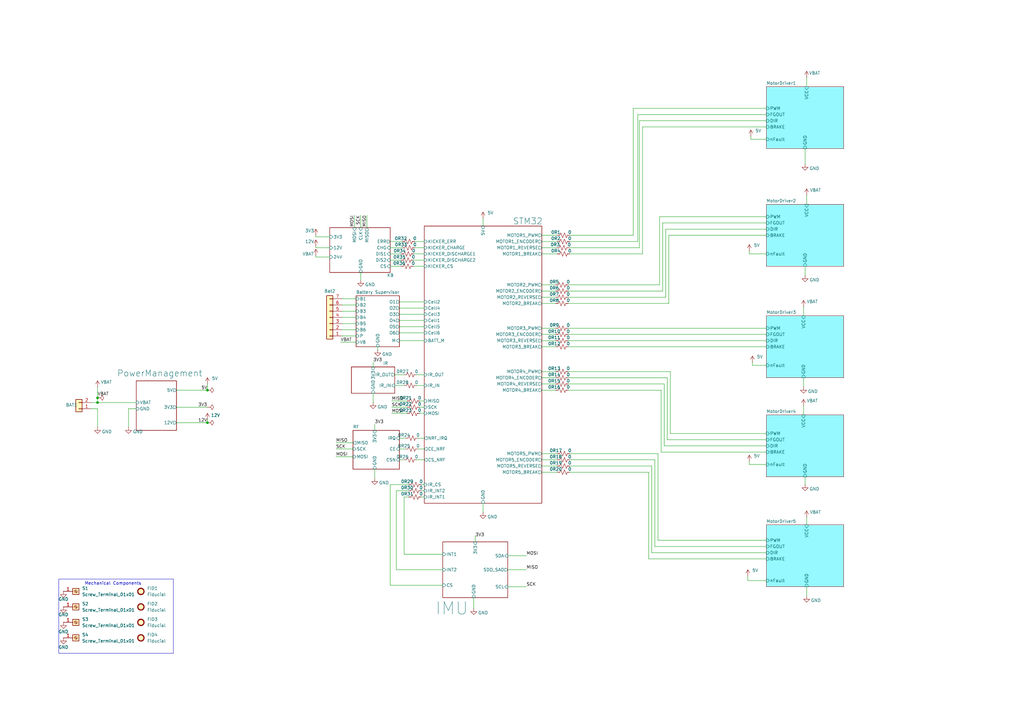
<source format=kicad_sch>
(kicad_sch (version 20231120) (generator "eeschema") (generator_version "8.0")
  (paper "A3")
  (title_block (title "pwr_v1") (date "2024-07-06") (rev "V1"))
  (lib_symbols
    (symbol "Connector:Screw_Terminal_01x01" (pin_names (offset 1.016) hide)
      (property "Reference" "J" (at 0 2.54 0))
      (property "Value" "Screw_Terminal_01x01" (at 0 -2.54 0))
      (symbol "Screw_Terminal_01x01_1_1"
        (rectangle (start -1.27 1.27) (end 1.27 -1.27) (stroke (width 0.254)) (fill (type background)))
        (polyline (pts (xy -0.5334 0.3302) (xy 0.3302 -0.508)) (stroke (width 0.1524)))
        (polyline (pts (xy -0.3556 0.508) (xy 0.508 -0.3302)) (stroke (width 0.1524)))
        (circle (center 0 0) (radius 0.635) (stroke (width 0.1524)))
        (pin passive line (at -5.08 0 0) (length 3.81) (name "Pin_1") (number "1"))
      )
    )
    (symbol "Connector_Generic:Conn_01x02" (pin_names (offset 1.016) hide)
      (property "Reference" "J" (at 0 2.54 0))
      (property "Value" "Conn_01x02" (at 0 -5.08 0))
      (symbol "Conn_01x02_1_1"
        (rectangle (start -1.27 -2.413) (end 0 -2.667) (stroke (width 0.1524)))
        (rectangle (start -1.27 0.127) (end 0 -0.127) (stroke (width 0.1524)))
        (rectangle (start -1.27 1.27) (end 1.27 -3.81) (stroke (width 0.254)) (fill (type background)))
        (pin passive line (at -5.08 0 0) (length 3.81) (name "Pin_1") (number "1"))
        (pin passive line (at -5.08 -2.54 0) (length 3.81) (name "Pin_2") (number "2"))
      )
    )
    (symbol "Connector_Generic:Conn_01x07" (pin_names (offset 1.016) hide)
      (property "Reference" "J" (at 0 10.16 0))
      (property "Value" "Conn_01x07" (at 0 -10.16 0))
      (symbol "Conn_01x07_1_1"
        (rectangle (start -1.27 -7.493) (end 0 -7.747) (stroke (width 0.1524)))
        (rectangle (start -1.27 -4.953) (end 0 -5.207) (stroke (width 0.1524)))
        (rectangle (start -1.27 -2.413) (end 0 -2.667) (stroke (width 0.1524)))
        (rectangle (start -1.27 0.127) (end 0 -0.127) (stroke (width 0.1524)))
        (rectangle (start -1.27 2.667) (end 0 2.413) (stroke (width 0.1524)))
        (rectangle (start -1.27 5.207) (end 0 4.953) (stroke (width 0.1524)))
        (rectangle (start -1.27 7.747) (end 0 7.493) (stroke (width 0.1524)))
        (rectangle (start -1.27 8.89) (end 1.27 -8.89) (stroke (width 0.254)) (fill (type background)))
        (pin passive line (at -5.08 7.62 0) (length 3.81) (name "Pin_1") (number "1"))
        (pin passive line (at -5.08 5.08 0) (length 3.81) (name "Pin_2") (number "2"))
        (pin passive line (at -5.08 2.54 0) (length 3.81) (name "Pin_3") (number "3"))
        (pin passive line (at -5.08 0 0) (length 3.81) (name "Pin_4") (number "4"))
        (pin passive line (at -5.08 -2.54 0) (length 3.81) (name "Pin_5") (number "5"))
        (pin passive line (at -5.08 -5.08 0) (length 3.81) (name "Pin_6") (number "6"))
        (pin passive line (at -5.08 -7.62 0) (length 3.81) (name "Pin_7") (number "7"))
      )
    )
    (symbol "Device:R_Small_US" (pin_numbers hide) (pin_names (offset 0.254) hide)
      (property "Reference" "R" (at 0.762 0.508 0))
      (property "Value" "R_Small_US" (at 0.762 -1.016 0))
      (symbol "R_Small_US_1_1"
        (polyline (pts (xy 0 0) (xy 1.016 -0.381) (xy 0 -0.762) (xy -1.016 -1.143) (xy 0 -1.524)))
        (polyline (pts (xy 0 1.524) (xy 1.016 1.143) (xy 0 0.762) (xy -1.016 0.381) (xy 0 0)))
        (pin passive line (at 0 2.54 270) (length 1.016) (name "~") (number "1"))
        (pin passive line (at 0 -2.54 90) (length 1.016) (name "~") (number "2"))
      )
    )
    (symbol "Mechanical:Fiducial" (exclude_from_sim yes) (in_bom no)
      (property "Reference" "FID" (at 0 5.08 0))
      (property "Value" "Fiducial" (at 0 3.175 0))
      (symbol "Fiducial_0_1"
        (circle (center 0 0) (radius 1.27) (stroke (width 0.508)) (fill (type background)))
      )
    )
    (symbol "power:+5V" (power) (pin_numbers hide) (pin_names (offset 0) hide)
      (property "Value" "+5V" (at 0 3.556 0))
      (symbol "+5V_0_1"
        (polyline (pts (xy -0.762 1.27) (xy 0 2.54)))
        (polyline (pts (xy 0 0) (xy 0 2.54)))
        (polyline (pts (xy 0 2.54) (xy 0.762 1.27)))
      )
      (symbol "+5V_1_1"
        (pin power_in line (at 0 0 90) (length 0) (name "~") (number "1"))
      )
    )
    (symbol "power:GND" (power) (pin_numbers hide) (pin_names (offset 0) hide)
      (property "Value" "GND" (at 0 -3.81 0))
      (symbol "GND_0_1"
        (polyline (pts (xy 0 0) (xy 0 -1.27) (xy 1.27 -1.27) (xy 0 -2.54) (xy -1.27 -1.27) (xy 0 -1.27)))
      )
      (symbol "GND_1_1"
        (pin power_in line (at 0 0 270) (length 0) (name "~") (number "1"))
      )
    )
    (symbol "power:PWR_FLAG" (power) (pin_numbers hide) (pin_names (offset 0) hide)
      (property "Value" "PWR_FLAG" (at 0 3.81 0))
      (symbol "PWR_FLAG_0_0"
        (pin power_out line (at 0 0 90) (length 0) (name "~") (number "1"))
      )
      (symbol "PWR_FLAG_0_1"
        (polyline (pts (xy 0 0) (xy 0 1.27) (xy -1.016 1.905) (xy 0 2.54) (xy 1.016 1.905) (xy 0 1.27)))
      )
    )
    (symbol "power:VDD" (power) (pin_numbers hide) (pin_names (offset 0) hide)
      (property "Value" "VDD" (at 0 3.556 0))
      (symbol "VDD_0_1"
        (polyline (pts (xy -0.762 1.27) (xy 0 2.54)))
        (polyline (pts (xy 0 0) (xy 0 2.54)))
        (polyline (pts (xy 0 2.54) (xy 0.762 1.27)))
      )
      (symbol "VDD_1_1"
        (pin power_in line (at 0 0 90) (length 0) (name "~") (number "1"))
      )
    )
  )
  (junction (at 85.09 160.02))
  (junction (at 40.005 163.195))
  (junction (at 40.005 165.1))
  (junction (at 85.09 173.355))
  (wire (pts (xy 271.145 160.02) (xy 271.145 185.42)))
  (wire (pts (xy 85.09 172.085) (xy 85.09 173.355)))
  (wire (pts (xy 140.335 130.175) (xy 146.05 130.175)))
  (wire (pts (xy 129.54 101.6) (xy 135.255 101.6)))
  (wire (pts (xy 262.255 49.53) (xy 314.325 49.53)))
  (wire (pts (xy 52.705 167.64) (xy 52.705 175.26)))
  (wire (pts (xy 40.005 158.75) (xy 40.005 163.195)))
  (wire (pts (xy 271.78 91.44) (xy 314.325 91.44)))
  (wire (pts (xy 261.62 46.99) (xy 261.62 99.06)))
  (wire (pts (xy 169.5487 106.68) (xy 173.99 106.68)))
  (wire (pts (xy 233.045 139.7) (xy 314.325 139.7)))
  (wire (pts (xy 140.335 137.795) (xy 146.05 137.795)))
  (wire (pts (xy 222.25 139.7) (xy 227.965 139.7)))
  (wire (pts (xy 270.51 116.84) (xy 233.045 116.84)))
  (wire (pts (xy 145.415 88.265) (xy 145.415 93.345)))
  (wire (pts (xy 140.335 135.255) (xy 146.05 135.255)))
  (wire (pts (xy 222.25 137.16) (xy 227.965 137.16)))
  (wire (pts (xy 153.67 196.215) (xy 153.67 192.405)))
  (wire (pts (xy 233.045 152.4) (xy 274.955 152.4)))
  (wire (pts (xy 274.955 152.4) (xy 274.955 177.8)))
  (wire (pts (xy 307.975 55.88) (xy 307.975 57.15)))
  (wire (pts (xy 139.7 140.335) (xy 146.05 140.335)))
  (wire (pts (xy 147.955 88.265) (xy 147.955 93.345)))
  (wire (pts (xy 266.065 229.235) (xy 314.325 229.235)))
  (wire (pts (xy 233.68 191.135) (xy 267.335 191.135)))
  (wire (pts (xy 267.335 191.135) (xy 267.335 226.695)))
  (wire (pts (xy 72.39 173.355) (xy 85.09 173.355)))
  (wire (pts (xy 330.835 240.665) (xy 330.835 244.475)))
  (wire (pts (xy 129.54 100.965) (xy 129.54 101.6)))
  (wire (pts (xy 222.25 186.055) (xy 228.6 186.055)))
  (wire (pts (xy 268.605 188.595) (xy 268.605 224.155)))
  (wire (pts (xy 329.565 166.37) (xy 329.565 170.18)))
  (wire (pts (xy 222.25 134.62) (xy 227.965 134.62)))
  (wire (pts (xy 167.64 198.755) (xy 160.02 198.755)))
  (wire (pts (xy 160.02 101.6) (xy 165.1 101.6)))
  (wire (pts (xy 274.32 96.52) (xy 314.325 96.52)))
  (wire (pts (xy 160.655 164.465) (xy 167.005 164.465)))
  (wire (pts (xy 153.67 173.99) (xy 153.67 176.53)))
  (wire (pts (xy 140.335 122.555) (xy 146.05 122.555)))
  (wire (pts (xy 137.795 181.61) (xy 144.78 181.61)))
  (wire (pts (xy 222.25 188.595) (xy 228.6 188.595)))
  (wire (pts (xy 165.735 227.33) (xy 181.61 227.33)))
  (wire (pts (xy 137.795 187.325) (xy 144.78 187.325)))
  (wire (pts (xy 307.975 57.15) (xy 314.325 57.15)))
  (wire (pts (xy 274.32 124.46) (xy 233.045 124.46)))
  (wire (pts (xy 266.065 193.675) (xy 266.065 229.235)))
  (wire (pts (xy 263.525 52.07) (xy 314.325 52.07)))
  (wire (pts (xy 160.02 106.68) (xy 164.4687 106.68)))
  (wire (pts (xy 263.525 52.07) (xy 263.525 104.14)))
  (wire (pts (xy 37.465 167.64) (xy 40.005 167.64)))
  (wire (pts (xy 160.02 99.06) (xy 165.0473 99.06)))
  (wire (pts (xy 330.835 31.75) (xy 330.835 35.56)))
  (wire (pts (xy 330.2 60.96) (xy 330.2 67.31)))
  (wire (pts (xy 208.28 233.68) (xy 215.9 233.68)))
  (wire (pts (xy 262.255 101.6) (xy 233.4386 101.6)))
  (wire (pts (xy 163.83 184.15) (xy 166.37 184.15)))
  (wire (pts (xy 172.085 164.465) (xy 173.99 164.465)))
  (wire (pts (xy 162.56 201.295) (xy 162.56 233.68)))
  (wire (pts (xy 163.83 126.365) (xy 173.99 126.365)))
  (wire (pts (xy 306.705 238.125) (xy 314.325 238.125)))
  (wire (pts (xy 262.255 49.53) (xy 262.255 101.6)))
  (wire (pts (xy 40.005 165.1) (xy 55.88 165.1)))
  (wire (pts (xy 228.6 104.14) (xy 222.25 104.14)))
  (wire (pts (xy 37.465 165.1) (xy 40.005 165.1)))
  (wire (pts (xy 274.32 96.52) (xy 274.32 124.46)))
  (wire (pts (xy 228.6 96.52) (xy 222.25 96.52)))
  (wire (pts (xy 222.25 142.24) (xy 227.965 142.24)))
  (wire (pts (xy 160.02 109.22) (xy 164.4161 109.22)))
  (wire (pts (xy 330.835 215.265) (xy 330.835 212.09)))
  (wire (pts (xy 307.34 190.5) (xy 314.325 190.5)))
  (wire (pts (xy 273.05 93.98) (xy 314.325 93.98)))
  (wire (pts (xy 222.25 152.4) (xy 227.965 152.4)))
  (wire (pts (xy 147.955 114.935) (xy 147.955 111.76)))
  (wire (pts (xy 274.955 177.8) (xy 314.325 177.8)))
  (wire (pts (xy 154.94 143.51) (xy 154.94 142.24)))
  (wire (pts (xy 208.28 227.965) (xy 215.9 227.965)))
  (wire (pts (xy 194.945 219.71) (xy 194.945 222.25)))
  (wire (pts (xy 233.68 193.675) (xy 266.065 193.675)))
  (wire (pts (xy 271.78 91.44) (xy 271.78 119.38)))
  (wire (pts (xy 233.045 157.48) (xy 272.415 157.48)))
  (wire (pts (xy 222.25 154.94) (xy 227.965 154.94)))
  (wire (pts (xy 329.565 154.94) (xy 329.565 158.75)))
  (wire (pts (xy 194.31 245.11) (xy 194.31 249.555)))
  (wire (pts (xy 170.815 158.115) (xy 173.99 158.115)))
  (wire (pts (xy 170.815 188.595) (xy 173.99 188.595)))
  (wire (pts (xy 171.45 179.705) (xy 173.99 179.705)))
  (wire (pts (xy 40.005 163.195) (xy 40.005 165.1)))
  (wire (pts (xy 160.02 104.14) (xy 164.5739 104.14)))
  (wire (pts (xy 163.83 133.985) (xy 173.99 133.985)))
  (wire (pts (xy 85.09 157.48) (xy 85.09 160.02)))
  (wire (pts (xy 140.335 127.635) (xy 146.05 127.635)))
  (wire (pts (xy 167.64 201.295) (xy 162.56 201.295)))
  (wire (pts (xy 163.83 179.705) (xy 166.37 179.705)))
  (wire (pts (xy 172.085 167.005) (xy 173.99 167.005)))
  (wire (pts (xy 308.61 148.59) (xy 308.61 149.86)))
  (wire (pts (xy 306.705 238.125) (xy 306.705 236.22)))
  (wire (pts (xy 227.965 119.38) (xy 222.25 119.38)))
  (wire (pts (xy 153.035 148.59) (xy 153.035 150.495)))
  (wire (pts (xy 52.705 167.64) (xy 55.88 167.64)))
  (wire (pts (xy 270.51 88.9) (xy 270.51 116.84)))
  (wire (pts (xy 129.54 105.41) (xy 135.255 105.41)))
  (wire (pts (xy 228.6 99.06) (xy 222.25 99.06)))
  (wire (pts (xy 270.51 88.9) (xy 314.325 88.9)))
  (wire (pts (xy 261.62 99.06) (xy 233.68 99.06)))
  (wire (pts (xy 129.54 104.775) (xy 129.54 105.41)))
  (wire (pts (xy 273.05 93.98) (xy 273.05 121.92)))
  (wire (pts (xy 330.2 109.22) (xy 330.2 113.03)))
  (wire (pts (xy 140.335 125.095) (xy 146.05 125.095)))
  (wire (pts (xy 72.39 167.005) (xy 85.09 167.005)))
  (wire (pts (xy 269.875 186.055) (xy 269.875 221.615)))
  (wire (pts (xy 267.335 226.695) (xy 314.325 226.695)))
  (wire (pts (xy 165.735 203.835) (xy 165.735 227.33)))
  (wire (pts (xy 162.56 233.68) (xy 181.61 233.68)))
  (wire (pts (xy 263.525 104.14) (xy 233.68 104.14)))
  (wire (pts (xy 163.83 136.525) (xy 173.99 136.525)))
  (wire (pts (xy 227.965 116.84) (xy 222.25 116.84)))
  (wire (pts (xy 163.83 188.595) (xy 165.735 188.595)))
  (wire (pts (xy 72.39 160.02) (xy 85.09 160.02)))
  (wire (pts (xy 233.045 137.16) (xy 314.325 137.16)))
  (wire (pts (xy 173.99 201.295) (xy 172.72 201.295)))
  (wire (pts (xy 222.25 157.48) (xy 227.965 157.48)))
  (wire (pts (xy 163.83 139.7) (xy 173.99 139.7)))
  (wire (pts (xy 273.685 154.94) (xy 273.685 180.34)))
  (wire (pts (xy 171.45 184.15) (xy 173.99 184.15)))
  (wire (pts (xy 227.965 124.46) (xy 222.25 124.46)))
  (wire (pts (xy 222.25 191.135) (xy 228.6 191.135)))
  (wire (pts (xy 233.68 188.595) (xy 268.605 188.595)))
  (wire (pts (xy 170.1273 99.06) (xy 173.99 99.06)))
  (wire (pts (xy 167.64 203.835) (xy 165.735 203.835)))
  (wire (pts (xy 161.925 153.67) (xy 165.735 153.67)))
  (wire (pts (xy 160.655 167.005) (xy 167.005 167.005)))
  (wire (pts (xy 150.495 88.265) (xy 150.495 93.345)))
  (wire (pts (xy 307.34 102.87) (xy 307.34 104.14)))
  (wire (pts (xy 198.12 210.185) (xy 198.12 206.375)))
  (wire (pts (xy 173.99 198.755) (xy 172.72 198.755)))
  (wire (pts (xy 272.415 182.88) (xy 314.325 182.88)))
  (wire (pts (xy 153.035 165.1) (xy 153.035 161.29)))
  (wire (pts (xy 140.335 132.715) (xy 146.05 132.715)))
  (wire (pts (xy 273.05 121.92) (xy 233.045 121.92)))
  (wire (pts (xy 129.54 96.52) (xy 129.54 97.155)))
  (wire (pts (xy 233.045 134.62) (xy 314.325 134.62)))
  (wire (pts (xy 268.605 224.155) (xy 314.325 224.155)))
  (wire (pts (xy 307.34 189.23) (xy 307.34 190.5)))
  (wire (pts (xy 129.54 97.155) (xy 135.255 97.155)))
  (wire (pts (xy 233.045 154.94) (xy 273.685 154.94)))
  (wire (pts (xy 233.045 142.24) (xy 314.325 142.24)))
  (wire (pts (xy 272.415 157.48) (xy 272.415 182.88)))
  (wire (pts (xy 160.02 240.03) (xy 181.61 240.03)))
  (wire (pts (xy 271.78 119.38) (xy 233.045 119.38)))
  (wire (pts (xy 172.085 169.545) (xy 173.99 169.545)))
  (wire (pts (xy 222.25 193.675) (xy 228.6 193.675)))
  (wire (pts (xy 227.965 121.92) (xy 222.25 121.92)))
  (wire (pts (xy 169.6539 104.14) (xy 173.99 104.14)))
  (wire (pts (xy 259.715 96.52) (xy 233.68 96.52)))
  (wire (pts (xy 163.83 131.445) (xy 173.99 131.445)))
  (wire (pts (xy 259.715 44.45) (xy 259.715 96.52)))
  (wire (pts (xy 208.28 240.665) (xy 215.9 240.665)))
  (wire (pts (xy 307.34 104.14) (xy 314.325 104.14)))
  (wire (pts (xy 160.655 169.545) (xy 167.005 169.545)))
  (wire (pts (xy 160.02 198.755) (xy 160.02 240.03)))
  (wire (pts (xy 259.715 44.45) (xy 314.325 44.45)))
  (wire (pts (xy 228.3586 101.6) (xy 222.25 101.6)))
  (wire (pts (xy 163.83 123.825) (xy 173.99 123.825)))
  (wire (pts (xy 329.565 125.73) (xy 329.565 129.54)))
  (wire (pts (xy 161.925 158.115) (xy 165.735 158.115)))
  (wire (pts (xy 137.795 184.15) (xy 144.78 184.15)))
  (wire (pts (xy 261.62 46.99) (xy 314.325 46.99)))
  (wire (pts (xy 170.815 153.67) (xy 173.99 153.67)))
  (wire (pts (xy 170.18 101.6) (xy 173.99 101.6)))
  (wire (pts (xy 173.99 203.835) (xy 172.72 203.835)))
  (wire (pts (xy 169.4961 109.22) (xy 173.99 109.22)))
  (wire (pts (xy 198.12 89.535) (xy 198.12 92.71)))
  (wire (pts (xy 330.835 80.01) (xy 330.835 83.82)))
  (wire (pts (xy 308.61 149.86) (xy 314.325 149.86)))
  (wire (pts (xy 271.145 185.42) (xy 314.325 185.42)))
  (wire (pts (xy 233.045 160.02) (xy 271.145 160.02)))
  (wire (pts (xy 40.005 167.64) (xy 40.005 175.26)))
  (wire (pts (xy 269.875 221.615) (xy 314.325 221.615)))
  (wire (pts (xy 222.25 160.02) (xy 227.965 160.02)))
  (wire (pts (xy 330.2 195.58) (xy 330.2 198.755)))
  (wire (pts (xy 163.83 128.905) (xy 173.99 128.905)))
  (wire (pts (xy 273.685 180.34) (xy 314.325 180.34)))
  (wire (pts (xy 233.68 186.055) (xy 269.875 186.055)))
  (rectangle (start 24.13 237.49) (end 71.12 267.97))
  (text "Mechanical Components" (at 46.355 239.395 0) (effects (font (size 1.27 1.27))))
  (label "MOSI" (at 145.415 88.265 270))
  (label "MISO" (at 160.655 164.465 0))
  (label "VBAT" (at 139.7 140.335 0))
  (label "5V" (at 82.55 160.02 0))
  (label "SCK" (at 215.9 240.665 0))
  (label "VBAT" (at 40.005 162.56 0))
  (label "SCK" (at 137.795 184.15 0))
  (label "12V" (at 81.28 173.355 0))
  (label "3V3" (at 194.945 220.345 0))
  (label "MOSI" (at 160.655 169.545 0))
  (label "SCK" (at 160.655 167.005 0))
  (label "SCK" (at 147.955 88.265 270))
  (label "MOSI" (at 215.9 227.965 0))
  (label "3V3" (at 81.28 167.005 0))
  (label "MISO" (at 150.495 88.265 270))
  (label "MISO" (at 137.795 181.61 0))
  (label "3V3" (at 153.67 173.99 0))
  (label "3V3" (at 153.035 148.59 0))
  (label "MISO" (at 215.9 233.68 0))
  (label "MOSI" (at 137.795 187.325 0))
  (symbol (lib_id "Device:R_Small_US") (at 169.545 167.005 90) (unit 1)
    (property "Reference" "0R22" (at 166.37 165.735 90))
    (property "Value" "0" (at 172.085 165.735 90))
    (property "Footprint" "Resistor_SMD:R_0603_1608Metric" (effects (hide yes)))
    (property "Description" "MFR.Part # 0603WAF0000T5E JLCPCB Part # C21189" (effects (hide yes)))
  )
  (symbol (lib_id "Device:R_Small_US") (at 230.505 157.48 90) (unit 1)
    (property "Reference" "0R15" (at 227.33 156.21 90))
    (property "Value" "0" (at 233.045 156.21 90))
    (property "Footprint" "Resistor_SMD:R_0603_1608Metric" (effects (hide yes)))
    (property "Description" "MFR.Part # 0603WAF0000T5E JLCPCB Part # C21189" (effects (hide yes)))
  )
  (symbol (lib_id "power:+5V") (at 308.61 148.59 0) (unit 1)
    (property "Reference" "#PWR08" (effects (hide yes)))
    (property "Value" "5V" (at 311.658 146.304 0))
    (property "Description" "Power symbol creates a global label with name \"+5V\"" (effects (hide yes)))
  )
  (symbol (lib_id "power:+5V") (at 129.54 96.52 0) (unit 1)
    (property "Reference" "#PWR060" (effects (hide yes)))
    (property "Value" "3V3" (at 127 94.615 0))
    (property "Description" "Power symbol creates a global label with name \"+5V\"" (effects (hide yes)))
  )
  (symbol (lib_id "Device:R_Small_US") (at 230.8986 101.6 90) (unit 1)
    (property "Reference" "0R3" (at 227.7236 100.33 90))
    (property "Value" "0" (at 233.4386 100.33 90))
    (property "Footprint" "Resistor_SMD:R_0603_1608Metric" (effects (hide yes)))
    (property "Description" "MFR.Part # 0603WAF0000T5E JLCPCB Part # C21189" (effects (hide yes)))
  )
  (symbol (lib_id "power:PWR_FLAG") (at 85.09 167.005 270) (unit 1)
    (property "Reference" "#FLG06" (effects (hide yes)))
    (property "Value" "PWR_FLAG" (effects (hide yes)))
    (property "Description" "Special symbol for telling ERC where power comes from" (effects (hide yes)))
  )
  (symbol (lib_id "power:PWR_FLAG") (at 85.09 160.02 270) (unit 1)
    (property "Reference" "#FLG02" (effects (hide yes)))
    (property "Value" "PWR_FLAG" (effects (hide yes)))
    (property "Description" "Special symbol for telling ERC where power comes from" (effects (hide yes)))
  )
  (symbol (lib_id "Device:R_Small_US") (at 231.14 96.52 90) (unit 1)
    (property "Reference" "0R1" (at 227.965 95.25 90))
    (property "Value" "0" (at 233.68 95.25 90))
    (property "Footprint" "Resistor_SMD:R_0603_1608Metric" (effects (hide yes)))
    (property "Description" "MFR.Part # 0603WAF0000T5E JLCPCB Part # C21189" (effects (hide yes)))
  )
  (symbol (lib_id "power:GND") (at 26.035 261.62 0) (unit 1)
    (property "Reference" "#PWR066" (effects (hide yes)))
    (property "Value" "GND" (at 26.035 265.43 0))
    (property "Description" "Power symbol creates a global label with name \"GND\" , ground" (effects (hide yes)))
  )
  (symbol (lib_id "power:GND") (at 194.31 249.555 0) (unit 1)
    (property "Reference" "#PWR052" (effects (hide yes)))
    (property "Value" "GND" (at 198.12 251.333 0))
    (property "Description" "Power symbol creates a global label with name \"GND\" , ground" (effects (hide yes)))
  )
  (symbol (lib_id "Device:R_Small_US") (at 230.505 152.4 90) (unit 1)
    (property "Reference" "0R13" (at 227.33 151.13 90))
    (property "Value" "0" (at 233.045 151.13 90))
    (property "Footprint" "Resistor_SMD:R_0603_1608Metric" (effects (hide yes)))
    (property "Description" "MFR.Part # 0603WAF0000T5E JLCPCB Part # C21189" (effects (hide yes)))
  )
  (symbol (lib_id "Device:R_Small_US") (at 231.14 99.06 90) (unit 1)
    (property "Reference" "0R2" (at 227.965 97.79 90))
    (property "Value" "0" (at 233.68 97.79 90))
    (property "Footprint" "Resistor_SMD:R_0603_1608Metric" (effects (hide yes)))
    (property "Description" "MFR.Part # 0603WAF0000T5E JLCPCB Part # C21189" (effects (hide yes)))
  )
  (symbol (lib_id "Device:R_Small_US") (at 230.505 134.62 90) (unit 1)
    (property "Reference" "0R9" (at 227.33 133.35 90))
    (property "Value" "0" (at 233.045 133.35 90))
    (property "Footprint" "Resistor_SMD:R_0603_1608Metric" (effects (hide yes)))
    (property "Description" "MFR.Part # 0603WAF0000T5E JLCPCB Part # C21189" (effects (hide yes)))
  )
  (symbol (lib_id "power:GND") (at 26.035 242.57 0) (unit 1)
    (property "Reference" "#PWR063" (effects (hide yes)))
    (property "Value" "GND" (at 26.035 245.745 0))
    (property "Description" "Power symbol creates a global label with name \"GND\" , ground" (effects (hide yes)))
  )
  (symbol (lib_id "power:VDD") (at 330.835 80.01 0) (unit 1)
    (property "Reference" "#PWR014" (effects (hide yes)))
    (property "Value" "VBAT" (at 332.105 77.978 0) (effects (justify left)))
    (property "Description" "Power symbol creates a global label with name \"VDD\"" (effects (hide yes)))
  )
  (symbol (lib_id "Device:R_Small_US") (at 167.1139 104.14 90) (unit 1)
    (property "Reference" "0R34" (at 163.9389 102.87 90))
    (property "Value" "0" (at 169.6539 102.87 90))
    (property "Footprint" "Resistor_SMD:R_0603_1608Metric" (effects (hide yes)))
    (property "Description" "MFR.Part # 0603WAF0000T5E JLCPCB Part # C21189" (effects (hide yes)))
  )
  (symbol (lib_id "Mechanical:Fiducial") (at 57.785 261.62 0) (unit 1) (exclude_from_sim yes) (in_bom no)
    (property "Reference" "FID4" (at 60.325 260.3499 0) (effects (justify left)))
    (property "Value" "Fiducial" (at 60.325 262.8899 0) (effects (justify left)))
    (property "Footprint" "Fiducial:Fiducial_1mm_Mask2mm" (effects (hide yes)))
    (property "Description" "Fiducial Marker" (effects (hide yes)))
  )
  (symbol (lib_id "Device:R_Small_US") (at 231.14 193.675 90) (unit 1)
    (property "Reference" "0R20" (at 227.965 192.405 90))
    (property "Value" "0" (at 233.68 192.405 90))
    (property "Footprint" "Resistor_SMD:R_0603_1608Metric" (effects (hide yes)))
    (property "Description" "MFR.Part # 0603WAF0000T5E JLCPCB Part # C21189" (effects (hide yes)))
  )
  (symbol (lib_id "Device:R_Small_US") (at 167.5873 99.06 90) (unit 1)
    (property "Reference" "0R32" (at 164.4123 97.79 90))
    (property "Value" "0" (at 170.1273 97.79 90))
    (property "Footprint" "Resistor_SMD:R_0603_1608Metric" (effects (hide yes)))
    (property "Description" "MFR.Part # 0603WAF0000T5E JLCPCB Part # C21189" (effects (hide yes)))
  )
  (symbol (lib_id "Device:R_Small_US") (at 167.0087 106.68 90) (unit 1)
    (property "Reference" "0R35" (at 163.8337 105.41 90))
    (property "Value" "0" (at 169.5487 105.41 90))
    (property "Footprint" "Resistor_SMD:R_0603_1608Metric" (effects (hide yes)))
    (property "Description" "MFR.Part # 0603WAF0000T5E JLCPCB Part # C21189" (effects (hide yes)))
  )
  (symbol (lib_id "Device:R_Small_US") (at 230.505 119.38 90) (unit 1)
    (property "Reference" "0R6" (at 227.33 118.11 90))
    (property "Value" "0" (at 233.045 118.11 90))
    (property "Footprint" "Resistor_SMD:R_0603_1608Metric" (effects (hide yes)))
    (property "Description" "MFR.Part # 0603WAF0000T5E JLCPCB Part # C21189" (effects (hide yes)))
  )
  (symbol (lib_id "power:+5V") (at 307.975 55.88 0) (unit 1)
    (property "Reference" "#PWR05" (effects (hide yes)))
    (property "Value" "5V" (at 311.023 53.594 0))
    (property "Description" "Power symbol creates a global label with name \"+5V\"" (effects (hide yes)))
  )
  (symbol (lib_id "power:VDD") (at 329.565 166.37 0) (unit 1)
    (property "Reference" "#PWR012" (effects (hide yes)))
    (property "Value" "VBAT" (at 330.835 164.338 0) (effects (justify left)))
    (property "Description" "Power symbol creates a global label with name \"VDD\"" (effects (hide yes)))
  )
  (symbol (lib_id "power:GND") (at 198.12 210.185 0) (unit 1)
    (property "Reference" "#PWR021" (effects (hide yes)))
    (property "Value" "GND" (at 201.93 211.963 0))
    (property "Description" "Power symbol creates a global label with name \"GND\" , ground" (effects (hide yes)))
  )
  (symbol (lib_id "Mechanical:Fiducial") (at 57.785 255.27 0) (unit 1) (exclude_from_sim yes) (in_bom no)
    (property "Reference" "FID3" (at 60.325 253.9999 0) (effects (justify left)))
    (property "Value" "Fiducial" (at 60.325 256.5399 0) (effects (justify left)))
    (property "Footprint" "Fiducial:Fiducial_1mm_Mask2mm" (effects (hide yes)))
    (property "Description" "Fiducial Marker" (effects (hide yes)))
  )
  (symbol (lib_id "Connector_Generic:Conn_01x07") (at 135.255 130.175 180) (unit 1)
    (property "Reference" "Bat2" (at 135.255 119.38 0))
    (property "Value" "Conn_01x07" (effects (hide yes)))
    (property "Footprint" "B7B_XH_A:JST_B7B-XH-A" (effects (hide yes)))
    (property "Description" "MFR.Part # B7B-XH-A(LF)(SN) JLCPCB Part # C144398" (effects (hide yes)))
  )
  (symbol (lib_id "Device:R_Small_US") (at 168.275 153.67 90) (unit 1)
    (property "Reference" "0R27" (at 165.1 152.4 90))
    (property "Value" "0" (at 170.815 152.4 90))
    (property "Footprint" "Resistor_SMD:R_0603_1608Metric" (effects (hide yes)))
    (property "Description" "MFR.Part # 0603WAF0000T5E JLCPCB Part # C21189" (effects (hide yes)))
  )
  (symbol (lib_id "Device:R_Small_US") (at 168.275 188.595 90) (unit 1)
    (property "Reference" "0R26" (at 165.1 187.325 90))
    (property "Value" "0" (at 170.815 187.325 90))
    (property "Footprint" "Resistor_SMD:R_0603_1608Metric" (effects (hide yes)))
    (property "Description" "MFR.Part # 0603WAF0000T5E JLCPCB Part # C21189" (effects (hide yes)))
  )
  (symbol (lib_id "Device:R_Small_US") (at 170.18 203.835 90) (unit 1)
    (property "Reference" "0R31" (at 167.005 202.565 90))
    (property "Value" "0" (at 172.72 202.565 90))
    (property "Footprint" "Resistor_SMD:R_0603_1608Metric" (effects (hide yes)))
    (property "Description" "MFR.Part # 0603WAF0000T5E JLCPCB Part # C21189" (effects (hide yes)))
  )
  (symbol (lib_id "Device:R_Small_US") (at 231.14 104.14 90) (unit 1)
    (property "Reference" "0R4" (at 227.965 102.87 90))
    (property "Value" "0" (at 233.68 102.87 90))
    (property "Footprint" "Resistor_SMD:R_0603_1608Metric" (effects (hide yes)))
    (property "Description" "MFR.Part # 0603WAF0000T5E JLCPCB Part # C21189" (effects (hide yes)))
  )
  (symbol (lib_id "power:GND") (at 40.005 175.26 0) (unit 1)
    (property "Reference" "#PWR02" (effects (hide yes)))
    (property "Value" "GND" (at 43.815 177.038 0))
    (property "Description" "Power symbol creates a global label with name \"GND\" , ground" (effects (hide yes)))
  )
  (symbol (lib_id "Device:R_Small_US") (at 230.505 139.7 90) (unit 1)
    (property "Reference" "0R11" (at 227.33 138.43 90))
    (property "Value" "0" (at 233.045 138.43 90))
    (property "Footprint" "Resistor_SMD:R_0603_1608Metric" (effects (hide yes)))
    (property "Description" "MFR.Part # 0603WAF0000T5E JLCPCB Part # C21189" (effects (hide yes)))
  )
  (symbol (lib_id "Connector:Screw_Terminal_01x01") (at 31.115 255.27 0) (unit 1)
    (property "Reference" "S3" (at 33.655 253.9999 0) (effects (justify left)))
    (property "Value" "Screw_Terminal_01x01" (at 33.655 256.5399 0) (effects (justify left)))
    (property "Footprint" "TerminalBlock_MetzConnect:TerminalBlock_MetzConnect_360271_1x01_Horizontal_ScrewM3.0_Boxed" (effects (hide yes)))
    (property "Description" "Generic screw terminal, single row, 01x01, script generated (kicad-library-utils/schlib/autogen/connector/)" (effects (hide yes)))
  )
  (symbol (lib_id "Mechanical:Fiducial") (at 57.785 242.57 0) (unit 1) (exclude_from_sim yes) (in_bom no)
    (property "Reference" "FID1" (at 60.325 241.2999 0) (effects (justify left)))
    (property "Value" "Fiducial" (at 60.325 243.8399 0) (effects (justify left)))
    (property "Footprint" "Fiducial:Fiducial_1mm_Mask2mm" (effects (hide yes)))
    (property "Description" "Fiducial Marker" (effects (hide yes)))
  )
  (symbol (lib_id "Connector_Generic:Conn_01x02") (at 32.385 167.64 180) (unit 1)
    (property "Reference" "BAT1" (at 29.337 166.116 0))
    (property "Value" "XT60" (effects (hide yes)))
    (property "Footprint" "Connector_AMASS:AMASS_XT60-M_1x02_P7.20mm_Vertical" (effects (hide yes)))
    (property "Description" "MFR.Part # XT60 JLCPCB Part # C98733" (effects (hide yes)))
  )
  (symbol (lib_id "Device:R_Small_US") (at 230.505 142.24 90) (unit 1)
    (property "Reference" "0R12" (at 227.33 140.97 90))
    (property "Value" "0" (at 233.045 140.97 90))
    (property "Footprint" "Resistor_SMD:R_0603_1608Metric" (effects (hide yes)))
    (property "Description" "MFR.Part # 0603WAF0000T5E JLCPCB Part # C21189" (effects (hide yes)))
  )
  (symbol (lib_id "power:+5V") (at 306.705 236.22 0) (unit 1)
    (property "Reference" "#PWR010" (effects (hide yes)))
    (property "Value" "5V" (at 309.753 233.934 0))
    (property "Description" "Power symbol creates a global label with name \"+5V\"" (effects (hide yes)))
  )
  (symbol (lib_id "power:VDD") (at 40.005 158.75 0) (unit 1)
    (property "Reference" "#PWR01" (effects (hide yes)))
    (property "Value" "VBAT" (at 41.275 156.718 0) (effects (justify left)))
    (property "Description" "Power symbol creates a global label with name \"VDD\"" (effects (hide yes)))
  )
  (symbol (lib_id "Device:R_Small_US") (at 167.64 101.6 90) (unit 1)
    (property "Reference" "0R33" (at 164.465 100.33 90))
    (property "Value" "0" (at 170.18 100.33 90))
    (property "Footprint" "Resistor_SMD:R_0603_1608Metric" (effects (hide yes)))
    (property "Description" "MFR.Part # 0603WAF0000T5E JLCPCB Part # C21189" (effects (hide yes)))
  )
  (symbol (lib_id "power:GND") (at 153.035 165.1 0) (unit 1)
    (property "Reference" "#PWR057" (effects (hide yes)))
    (property "Value" "GND" (at 156.845 166.878 0))
    (property "Description" "Power symbol creates a global label with name \"GND\" , ground" (effects (hide yes)))
  )
  (symbol (lib_id "Device:R_Small_US") (at 230.505 121.92 90) (unit 1)
    (property "Reference" "0R7" (at 227.33 120.65 90))
    (property "Value" "0" (at 233.045 120.65 90))
    (property "Footprint" "Resistor_SMD:R_0603_1608Metric" (effects (hide yes)))
    (property "Description" "MFR.Part # 0603WAF0000T5E JLCPCB Part # C21189" (effects (hide yes)))
  )
  (symbol (lib_id "Device:R_Small_US") (at 170.18 198.755 90) (unit 1)
    (property "Reference" "0R29" (at 167.005 197.485 90))
    (property "Value" "0" (at 172.72 197.485 90))
    (property "Footprint" "Resistor_SMD:R_0603_1608Metric" (effects (hide yes)))
    (property "Description" "MFR.Part # 0603WAF0000T5E JLCPCB Part # C21189" (effects (hide yes)))
  )
  (symbol (lib_id "Device:R_Small_US") (at 231.14 191.135 90) (unit 1)
    (property "Reference" "0R19" (at 227.965 189.865 90))
    (property "Value" "0" (at 233.68 189.865 90))
    (property "Footprint" "Resistor_SMD:R_0603_1608Metric" (effects (hide yes)))
    (property "Description" "MFR.Part # 0603WAF0000T5E JLCPCB Part # C21189" (effects (hide yes)))
  )
  (symbol (lib_id "power:+5V") (at 307.34 189.23 0) (unit 1)
    (property "Reference" "#PWR09" (effects (hide yes)))
    (property "Value" "5V" (at 310.388 186.944 0))
    (property "Description" "Power symbol creates a global label with name \"+5V\"" (effects (hide yes)))
  )
  (symbol (lib_id "Device:R_Small_US") (at 230.505 154.94 90) (unit 1)
    (property "Reference" "0R14" (at 227.33 153.67 90))
    (property "Value" "0" (at 233.045 153.67 90))
    (property "Footprint" "Resistor_SMD:R_0603_1608Metric" (effects (hide yes)))
    (property "Description" "MFR.Part # 0603WAF0000T5E JLCPCB Part # C21189" (effects (hide yes)))
  )
  (symbol (lib_id "power:GND") (at 26.035 248.92 0) (unit 1)
    (property "Reference" "#PWR064" (effects (hide yes)))
    (property "Value" "GND" (at 26.035 252.095 0))
    (property "Description" "Power symbol creates a global label with name \"GND\" , ground" (effects (hide yes)))
  )
  (symbol (lib_id "Device:R_Small_US") (at 231.14 188.595 90) (unit 1)
    (property "Reference" "0R18" (at 227.965 187.325 90))
    (property "Value" "0" (at 233.68 187.325 90))
    (property "Footprint" "Resistor_SMD:R_0603_1608Metric" (effects (hide yes)))
    (property "Description" "MFR.Part # 0603WAF0000T5E JLCPCB Part # C21189" (effects (hide yes)))
  )
  (symbol (lib_id "power:GND") (at 52.705 175.26 0) (unit 1)
    (property "Reference" "#PWR053" (effects (hide yes)))
    (property "Value" "GND" (at 56.515 177.038 0))
    (property "Description" "Power symbol creates a global label with name \"GND\" , ground" (effects (hide yes)))
  )
  (symbol (lib_id "power:PWR_FLAG") (at 40.005 163.195 270) (unit 1)
    (property "Reference" "#FLG01" (effects (hide yes)))
    (property "Value" "PWR_FLAG" (effects (hide yes)))
    (property "Description" "Special symbol for telling ERC where power comes from" (effects (hide yes)))
  )
  (symbol (lib_id "Device:R_Small_US") (at 230.505 124.46 90) (unit 1)
    (property "Reference" "0R8" (at 227.33 123.19 90))
    (property "Value" "0" (at 233.045 123.19 90))
    (property "Footprint" "Resistor_SMD:R_0603_1608Metric" (effects (hide yes)))
    (property "Description" "MFR.Part # 0603WAF0000T5E JLCPCB Part # C21189" (effects (hide yes)))
  )
  (symbol (lib_id "Device:R_Small_US") (at 170.18 201.295 90) (unit 1)
    (property "Reference" "0R30" (at 167.005 200.025 90))
    (property "Value" "0" (at 172.72 200.025 90))
    (property "Footprint" "Resistor_SMD:R_0603_1608Metric" (effects (hide yes)))
    (property "Description" "MFR.Part # 0603WAF0000T5E JLCPCB Part # C21189" (effects (hide yes)))
  )
  (symbol (lib_id "Connector:Screw_Terminal_01x01") (at 31.115 248.92 0) (unit 1)
    (property "Reference" "S2" (at 33.655 247.6499 0) (effects (justify left)))
    (property "Value" "Screw_Terminal_01x01" (at 33.655 250.1899 0) (effects (justify left)))
    (property "Footprint" "TerminalBlock_MetzConnect:TerminalBlock_MetzConnect_360271_1x01_Horizontal_ScrewM3.0_Boxed" (effects (hide yes)))
    (property "Description" "Generic screw terminal, single row, 01x01, script generated (kicad-library-utils/schlib/autogen/connector/)" (effects (hide yes)))
  )
  (symbol (lib_id "power:GND") (at 153.67 196.215 0) (unit 1)
    (property "Reference" "#PWR051" (effects (hide yes)))
    (property "Value" "GND" (at 157.48 197.993 0))
    (property "Description" "Power symbol creates a global label with name \"GND\" , ground" (effects (hide yes)))
  )
  (symbol (lib_id "power:+5V") (at 330.835 31.75 0) (unit 1)
    (property "Reference" "#PWR06" (effects (hide yes)))
    (property "Value" "VBAT" (at 334.137 29.972 0))
    (property "Description" "Power symbol creates a global label with name \"+5V\"" (effects (hide yes)))
  )
  (symbol (lib_id "Connector:Screw_Terminal_01x01") (at 31.115 242.57 0) (unit 1)
    (property "Reference" "S1" (at 33.655 241.2999 0) (effects (justify left)))
    (property "Value" "Screw_Terminal_01x01" (at 33.655 243.8399 0) (effects (justify left)))
    (property "Footprint" "TerminalBlock_MetzConnect:TerminalBlock_MetzConnect_360271_1x01_Horizontal_ScrewM3.0_Boxed" (effects (hide yes)))
    (property "Description" "Generic screw terminal, single row, 01x01, script generated (kicad-library-utils/schlib/autogen/connector/)" (effects (hide yes)))
  )
  (symbol (lib_id "power:PWR_FLAG") (at 85.09 173.355 270) (unit 1)
    (property "Reference" "#FLG03" (effects (hide yes)))
    (property "Value" "PWR_FLAG" (effects (hide yes)))
    (property "Description" "Special symbol for telling ERC where power comes from" (effects (hide yes)))
  )
  (symbol (lib_id "power:GND") (at 329.565 158.75 0) (unit 1)
    (property "Reference" "#PWR035" (effects (hide yes)))
    (property "Value" "GND" (at 333.375 160.528 0))
    (property "Description" "Power symbol creates a global label with name \"GND\" , ground" (effects (hide yes)))
  )
  (symbol (lib_id "power:+5V") (at 198.12 89.535 0) (unit 1)
    (property "Reference" "#PWR047" (effects (hide yes)))
    (property "Value" "5V" (at 201.168 87.249 0))
    (property "Description" "Power symbol creates a global label with name \"+5V\"" (effects (hide yes)))
  )
  (symbol (lib_id "power:VDD") (at 329.565 125.73 0) (unit 1)
    (property "Reference" "#PWR013" (effects (hide yes)))
    (property "Value" "VBAT" (at 330.835 123.698 0) (effects (justify left)))
    (property "Description" "Power symbol creates a global label with name \"VDD\"" (effects (hide yes)))
  )
  (symbol (lib_id "Connector:Screw_Terminal_01x01") (at 31.115 261.62 0) (unit 1)
    (property "Reference" "S4" (at 33.655 260.3499 0) (effects (justify left)))
    (property "Value" "Screw_Terminal_01x01" (at 33.655 262.8899 0) (effects (justify left)))
    (property "Footprint" "TerminalBlock_MetzConnect:TerminalBlock_MetzConnect_360271_1x01_Horizontal_ScrewM3.0_Boxed" (effects (hide yes)))
    (property "Description" "Generic screw terminal, single row, 01x01, script generated (kicad-library-utils/schlib/autogen/connector/)" (effects (hide yes)))
  )
  (symbol (lib_id "power:GND") (at 330.2 198.755 0) (unit 1)
    (property "Reference" "#PWR024" (effects (hide yes)))
    (property "Value" "GND" (at 334.01 200.533 0))
    (property "Description" "Power symbol creates a global label with name \"GND\" , ground" (effects (hide yes)))
  )
  (symbol (lib_id "power:GND") (at 26.035 255.27 0) (unit 1)
    (property "Reference" "#PWR065" (effects (hide yes)))
    (property "Value" "GND" (at 26.035 259.08 0))
    (property "Description" "Power symbol creates a global label with name \"GND\" , ground" (effects (hide yes)))
  )
  (symbol (lib_id "power:GND") (at 330.2 113.03 0) (unit 1)
    (property "Reference" "#PWR029" (effects (hide yes)))
    (property "Value" "GND" (at 334.01 114.808 0))
    (property "Description" "Power symbol creates a global label with name \"GND\" , ground" (effects (hide yes)))
  )
  (symbol (lib_id "Device:R_Small_US") (at 231.14 186.055 90) (unit 1)
    (property "Reference" "0R17" (at 227.965 184.785 90))
    (property "Value" "0" (at 233.68 184.785 90))
    (property "Footprint" "Resistor_SMD:R_0603_1608Metric" (effects (hide yes)))
    (property "Description" "MFR.Part # 0603WAF0000T5E JLCPCB Part # C21189" (effects (hide yes)))
  )
  (symbol (lib_id "Device:R_Small_US") (at 230.505 137.16 90) (unit 1)
    (property "Reference" "0R10" (at 227.33 135.89 90))
    (property "Value" "0" (at 233.045 135.89 90))
    (property "Footprint" "Resistor_SMD:R_0603_1608Metric" (effects (hide yes)))
    (property "Description" "MFR.Part # 0603WAF0000T5E JLCPCB Part # C21189" (effects (hide yes)))
  )
  (symbol (lib_id "power:GND") (at 330.2 67.31 0) (unit 1)
    (property "Reference" "#PWR041" (effects (hide yes)))
    (property "Value" "GND" (at 334.01 69.088 0))
    (property "Description" "Power symbol creates a global label with name \"GND\" , ground" (effects (hide yes)))
  )
  (symbol (lib_id "Device:R_Small_US") (at 230.505 160.02 90) (unit 1)
    (property "Reference" "0R16" (at 227.33 158.75 90))
    (property "Value" "0" (at 233.045 158.75 90))
    (property "Footprint" "Resistor_SMD:R_0603_1608Metric" (effects (hide yes)))
    (property "Description" "MFR.Part # 0603WAF0000T5E JLCPCB Part # C21189" (effects (hide yes)))
  )
  (symbol (lib_id "Device:R_Small_US") (at 168.275 158.115 90) (unit 1)
    (property "Reference" "0R28" (at 165.1 156.845 90))
    (property "Value" "0" (at 170.815 156.845 90))
    (property "Footprint" "Resistor_SMD:R_0603_1608Metric" (effects (hide yes)))
    (property "Description" "MFR.Part # 0603WAF0000T5E JLCPCB Part # C21189" (effects (hide yes)))
  )
  (symbol (lib_id "Mechanical:Fiducial") (at 57.785 248.92 0) (unit 1) (exclude_from_sim yes) (in_bom no)
    (property "Reference" "FID2" (at 60.325 247.6499 0) (effects (justify left)))
    (property "Value" "Fiducial" (at 60.325 250.1899 0) (effects (justify left)))
    (property "Footprint" "Fiducial:Fiducial_1mm_Mask2mm" (effects (hide yes)))
    (property "Description" "Fiducial Marker" (effects (hide yes)))
  )
  (symbol (lib_id "power:GND") (at 330.835 244.475 0) (unit 1)
    (property "Reference" "#PWR049" (effects (hide yes)))
    (property "Value" "GND" (at 334.645 246.253 0))
    (property "Description" "Power symbol creates a global label with name \"GND\" , ground" (effects (hide yes)))
  )
  (symbol (lib_id "power:GND") (at 147.955 114.935 0) (unit 1)
    (property "Reference" "#PWR059" (effects (hide yes)))
    (property "Value" "GND" (at 151.765 116.713 0))
    (property "Description" "Power symbol creates a global label with name \"GND\" , ground" (effects (hide yes)))
  )
  (symbol (lib_id "Device:R_Small_US") (at 230.505 116.84 90) (unit 1)
    (property "Reference" "0R5" (at 227.33 115.57 90))
    (property "Value" "0" (at 233.045 115.57 90))
    (property "Footprint" "Resistor_SMD:R_0603_1608Metric" (effects (hide yes)))
    (property "Description" "MFR.Part # 0603WAF0000T5E JLCPCB Part # C21189" (effects (hide yes)))
  )
  (symbol (lib_id "Device:R_Small_US") (at 168.91 184.15 90) (unit 1)
    (property "Reference" "0R25" (at 165.735 182.88 90))
    (property "Value" "0" (at 171.45 182.88 90))
    (property "Footprint" "Resistor_SMD:R_0603_1608Metric" (effects (hide yes)))
    (property "Description" "MFR.Part # 0603WAF0000T5E JLCPCB Part # C21189" (effects (hide yes)))
  )
  (symbol (lib_id "power:+5V") (at 129.54 104.775 0) (unit 1)
    (property "Reference" "#PWR062" (effects (hide yes)))
    (property "Value" "VBAT" (at 126.365 104.14 0))
    (property "Description" "Power symbol creates a global label with name \"+5V\"" (effects (hide yes)))
  )
  (symbol (lib_id "Device:R_Small_US") (at 166.9561 109.22 90) (unit 1)
    (property "Reference" "0R36" (at 163.7811 107.95 90))
    (property "Value" "0" (at 169.4961 107.95 90))
    (property "Footprint" "Resistor_SMD:R_0603_1608Metric" (effects (hide yes)))
    (property "Description" "MFR.Part # 0603WAF0000T5E JLCPCB Part # C21189" (effects (hide yes)))
  )
  (symbol (lib_id "power:+5V") (at 307.34 102.87 0) (unit 1)
    (property "Reference" "#PWR07" (effects (hide yes)))
    (property "Value" "5V" (at 310.388 100.584 0))
    (property "Description" "Power symbol creates a global label with name \"+5V\"" (effects (hide yes)))
  )
  (symbol (lib_id "power:GND") (at 154.94 143.51 0) (unit 1)
    (property "Reference" "#PWR058" (effects (hide yes)))
    (property "Value" "GND" (at 158.75 145.288 0))
    (property "Description" "Power symbol creates a global label with name \"GND\" , ground" (effects (hide yes)))
  )
  (symbol (lib_id "power:+5V") (at 85.09 172.085 0) (unit 1)
    (property "Reference" "#PWR04" (effects (hide yes)))
    (property "Value" "12V" (at 88.392 170.307 0))
    (property "Description" "Power symbol creates a global label with name \"+5V\"" (effects (hide yes)))
  )
  (symbol (lib_id "Device:R_Small_US") (at 169.545 169.545 90) (unit 1)
    (property "Reference" "0R23" (at 166.37 168.275 90))
    (property "Value" "0" (at 172.085 168.275 90))
    (property "Footprint" "Resistor_SMD:R_0603_1608Metric" (effects (hide yes)))
    (property "Description" "MFR.Part # 0603WAF0000T5E JLCPCB Part # C21189" (effects (hide yes)))
  )
  (symbol (lib_id "power:VDD") (at 330.835 212.09 0) (unit 1)
    (property "Reference" "#PWR011" (effects (hide yes)))
    (property "Value" "VBAT" (at 332.105 210.058 0) (effects (justify left)))
    (property "Description" "Power symbol creates a global label with name \"VDD\"" (effects (hide yes)))
  )
  (symbol (lib_id "Device:R_Small_US") (at 168.91 179.705 90) (unit 1)
    (property "Reference" "0R24" (at 165.735 178.435 90))
    (property "Value" "0" (at 171.45 178.435 90))
    (property "Footprint" "Resistor_SMD:R_0603_1608Metric" (effects (hide yes)))
    (property "Description" "MFR.Part # 0603WAF0000T5E JLCPCB Part # C21189" (effects (hide yes)))
  )
  (symbol (lib_id "power:+5V") (at 129.54 100.965 0) (unit 1)
    (property "Reference" "#PWR061" (effects (hide yes)))
    (property "Value" "12V" (at 127 99.06 0))
    (property "Description" "Power symbol creates a global label with name \"+5V\"" (effects (hide yes)))
  )
  (symbol (lib_id "Device:R_Small_US") (at 169.545 164.465 90) (unit 1)
    (property "Reference" "0R21" (at 166.37 163.195 90))
    (property "Value" "0" (at 172.085 163.195 90))
    (property "Footprint" "Resistor_SMD:R_0603_1608Metric" (effects (hide yes)))
    (property "Description" "MFR.Part # 0603WAF0000T5E JLCPCB Part # C21189" (effects (hide yes)))
  )
  (symbol (lib_id "power:+5V") (at 85.09 157.48 0) (unit 1)
    (property "Reference" "#PWR03" (effects (hide yes)))
    (property "Value" "5V" (at 88.138 155.194 0))
    (property "Description" "Power symbol creates a global label with name \"+5V\"" (effects (hide yes)))
  )
  (sheet (at 314.325 215.265) (size 31.75 25.4) (stroke (width 0.1524)) (fill (color 149 249 255 1.0000))
    (property "Sheetname" "MotorDriver5" (at 314.325 214.5534 0) (effects (justify left bottom)))
    (property "Sheetfile" "md5.kicad_sch" (effects (hide yes)))
    (pin "VCC" input (at 330.835 215.265 90))
    (pin "GND" input (at 330.835 240.665 270))
    (pin "nFault" input (at 314.325 238.125 180))
    (pin "FGOUT" input (at 314.325 224.155 180))
    (pin "BRAKE" input (at 314.325 229.235 180))
    (pin "PWM" input (at 314.325 221.615 180))
    (pin "DIR" input (at 314.325 226.695 180))
  )
  (sheet (at 146.05 121.285) (size 17.78 20.955) (stroke (width 0.1524))
    (property "Sheetname" "Battery Supervisor" (at 146.05 120.5734 0) (effects (justify left bottom)))
    (property "Sheetfile" "batterysup.kicad_sch" (effects (hide yes)))
    (pin "B6" input (at 146.05 135.255 180))
    (pin "B4" input (at 146.05 130.175 180))
    (pin "O4" output (at 163.83 131.445 0))
    (pin "O5" output (at 163.83 133.985 0))
    (pin "B5" input (at 146.05 132.715 180))
    (pin "O6" output (at 163.83 136.525 0))
    (pin "B3" input (at 146.05 127.635 180))
    (pin "O2" output (at 163.83 126.365 0))
    (pin "O3" output (at 163.83 128.905 0))
    (pin "B1" input (at 146.05 122.555 180))
    (pin "O1" output (at 163.83 123.825 0))
    (pin "B2" input (at 146.05 125.095 180))
    (pin "P" input (at 146.05 137.795 180))
    (pin "M" input (at 163.83 139.7 0))
    (pin "VB" input (at 146.05 140.335 180))
    (pin "GND" input (at 154.94 142.24 270))
  )
  (sheet (at 314.325 83.82) (size 31.75 25.4) (stroke (width 0.1524)) (fill (color 149 249 255 1.0000))
    (property "Sheetname" "MotorDriver2" (at 314.325 83.1084 0) (effects (justify left bottom)))
    (property "Sheetfile" "md2.kicad_sch" (effects (hide yes)))
    (pin "GND" input (at 330.2 109.22 270))
    (pin "VCC" input (at 330.835 83.82 90))
    (pin "BRAKE" input (at 314.325 96.52 180))
    (pin "FGOUT" input (at 314.325 91.44 180))
    (pin "DIR" input (at 314.325 93.98 180))
    (pin "PWM" input (at 314.325 88.9 180))
    (pin "nFault" input (at 314.325 104.14 180))
  )
  (sheet (at 314.325 170.18) (size 31.75 25.4) (stroke (width 0.1524)) (fill (color 149 249 255 1.0000))
    (property "Sheetname" "MotorDriver4" (at 314.325 169.4684 0) (effects (justify left bottom)))
    (property "Sheetfile" "md4.kicad_sch" (effects (hide yes)))
    (pin "FGOUT" input (at 314.325 180.34 180))
    (pin "GND" input (at 330.2 195.58 270))
    (pin "VCC" input (at 329.565 170.18 90))
    (pin "BRAKE" input (at 314.325 185.42 180))
    (pin "DIR" input (at 314.325 182.88 180))
    (pin "nFault" input (at 314.325 190.5 180))
    (pin "PWM" input (at 314.325 177.8 180))
  )
  (sheet (at 144.145 150.495) (size 17.78 10.795) (stroke (width 0.1524))
    (property "Sheetname" "IR" (at 157.099 149.733 0) (effects (justify left bottom)))
    (property "Sheetfile" "ir.kicad_sch" (effects (hide yes)))
    (pin "3V3" input (at 153.035 150.495 90))
    (pin "GND" input (at 153.035 161.29 270))
    (pin "IR_OUT" output (at 161.925 153.67 0))
    (pin "IR_IN" input (at 161.925 158.115 0))
  )
  (sheet (at 55.88 156.21) (size 16.51 20.32) (stroke (width 0.1524))
    (property "Sheetname" "PowerManagement" (at 48.006 154.559 0) (effects (font (size 2.54 2.54)) (justify left bottom)))
    (property "Sheetfile" "pwrmgmt_sch.kicad_sch" (effects (hide yes)))
    (pin "12V" output (at 72.39 173.355 0))
    (pin "5V" output (at 72.39 160.02 0))
    (pin "VBAT" input (at 55.88 165.1 180))
    (pin "GND" input (at 55.88 167.64 180))
    (pin "3V3" output (at 72.39 167.005 0))
  )
  (sheet (at 314.325 129.54) (size 31.75 25.4) (stroke (width 0.1524)) (fill (color 149 249 255 1.0000))
    (property "Sheetname" "MotorDriver3" (at 314.325 128.8284 0) (effects (justify left bottom)))
    (property "Sheetfile" "md3.kicad_sch" (effects (hide yes)))
    (pin "nFault" input (at 314.325 149.86 180))
    (pin "DIR" input (at 314.325 139.7 180))
    (pin "PWM" input (at 314.325 134.62 180))
    (pin "BRAKE" input (at 314.325 142.24 180))
    (pin "FGOUT" input (at 314.325 137.16 180))
    (pin "VCC" input (at 329.565 129.54 90))
    (pin "GND" input (at 329.565 154.94 270))
  )
  (sheet (at 181.61 222.25) (size 26.67 22.86) (stroke (width 0.1524))
    (property "Sheetname" "IMU" (at 178.435 252.476 0) (effects (font (size 5.08 5.08)) (justify left bottom)))
    (property "Sheetfile" "imu_sch.kicad_sch" (effects (hide yes)))
    (pin "GND" input (at 194.31 245.11 270))
    (pin "CS" input (at 181.61 240.03 180))
    (pin "INT2" input (at 181.61 233.68 180))
    (pin "SCL" input (at 208.28 240.665 0))
    (pin "3V3" input (at 194.945 222.25 90))
    (pin "SDA" input (at 208.28 227.965 0))
    (pin "SDO_SAO" output (at 208.28 233.68 0))
    (pin "INT1" input (at 181.61 227.33 180))
  )
  (sheet (at 144.78 176.53) (size 19.05 15.875) (stroke (width 0.1524))
    (property "Sheetname" "RF" (at 144.78 175.8184 0) (effects (justify left bottom)))
    (property "Sheetfile" "rf.kicad_sch" (effects (hide yes)))
    (pin "MOSI" input (at 144.78 187.325 180))
    (pin "IRQ" input (at 163.83 179.705 0))
    (pin "GND" input (at 153.67 192.405 270))
    (pin "SCK" input (at 144.78 184.15 180))
    (pin "CE" input (at 163.83 184.15 0))
    (pin "MISO" output (at 144.78 181.61 180))
    (pin "CSN" input (at 163.83 188.595 0))
    (pin "3V3" input (at 153.67 176.53 90))
  )
  (sheet (at 173.99 92.71) (size 48.26 113.665) (stroke (width 0.1524))
    (property "Sheetname" "STM32" (at 210.312 92.202 0) (effects (font (size 2.54 2.54)) (justify left bottom)))
    (property "Sheetfile" "stm_sch.kicad_sch" (effects (hide yes)))
    (pin "MOTOR4_BREAK" output (at 222.25 160.02 0))
    (pin "MOTOR1_PWM" output (at 222.25 96.52 0))
    (pin "MOTOR1_REVERSE" output (at 222.25 101.6 0))
    (pin "MOTOR3_ENCODER" output (at 222.25 137.16 0))
    (pin "MOTOR4_REVERSE" output (at 222.25 157.48 0))
    (pin "MOTOR3_BREAK" output (at 222.25 142.24 0))
    (pin "MOTOR2_BREAK" output (at 222.25 124.46 0))
    (pin "MOTOR3_PWM" output (at 222.25 134.62 0))
    (pin "NRF_IRQ" output (at 173.99 179.705 180))
    (pin "MOTOR2_REVERSE" output (at 222.25 121.92 0))
    (pin "MOTOR1_BREAK" output (at 222.25 104.14 0))
    (pin "MOTOR1_ENCODER" output (at 222.25 99.06 0))
    (pin "MOTOR2_PWM" output (at 222.25 116.84 0))
    (pin "MOTOR4_ENCODER" output (at 222.25 154.94 0))
    (pin "MOTOR3_REVERSE" output (at 222.25 139.7 0))
    (pin "MOTOR2_ENCODER" output (at 222.25 119.38 0))
    (pin "MOTOR4_PWM" output (at 222.25 152.4 0))
    (pin "SCK" input (at 173.99 167.005 180))
    (pin "MISO" input (at 173.99 164.465 180))
    (pin "MOSI" input (at 173.99 169.545 180))
    (pin "5V" input (at 198.12 92.71 90))
    (pin "GND" input (at 198.12 206.375 270))
    (pin "CS_NRF" output (at 173.99 188.595 180))
    (pin "Cell6" input (at 173.99 136.525 180))
    (pin "Cell5" input (at 173.99 133.985 180))
    (pin "Cell1" input (at 173.99 131.445 180))
    (pin "Cell3" input (at 173.99 128.905 180))
    (pin "Cell4" input (at 173.99 126.365 180))
    (pin "Cell2" input (at 173.99 123.825 180))
    (pin "MOTOR5_PWM" output (at 222.25 186.055 0))
    (pin "MOTOR5_BREAK" output (at 222.25 193.675 0))
    (pin "CE_NRF" output (at 173.99 184.15 180))
    (pin "KICKER_DISCHARGE1" input (at 173.99 104.14 180))
    (pin "KICKER_DISCHARGE2" input (at 173.99 106.68 180))
    (pin "IR_OUT" input (at 173.99 153.67 180))
    (pin "KICKER_CHARGE" input (at 173.99 101.6 180))
    (pin "IR_IN" input (at 173.99 158.115 180))
    (pin "MOTOR5_REVERSE" output (at 222.25 191.135 0))
    (pin "MOTOR5_ENCODER" output (at 222.25 188.595 0))
    (pin "KICKER_ERR" input (at 173.99 99.06 180))
    (pin "KICKER_CS" input (at 173.99 109.22 180))
    (pin "IR_INT2" input (at 173.99 201.295 180))
    (pin "IR_INT1" input (at 173.99 203.835 180))
    (pin "IR_CS" input (at 173.99 198.755 180))
    (pin "BATT_M" input (at 173.99 139.7 180))
  )
  (sheet (at 135.255 93.345) (size 24.765 18.415) (stroke (width 0.1524))
    (property "Sheetname" "KB" (at 158.75 113.665 0) (effects (justify left bottom)))
    (property "Sheetfile" "kb.kicad_sch" (effects (hide yes)))
    (pin "GND" input (at 147.955 111.76 270))
    (pin "12V" input (at 135.255 101.6 180))
    (pin "24V" input (at 135.255 105.41 180))
    (pin "3V3" input (at 135.255 97.155 180))
    (pin "ERR" output (at 160.02 99.06 0))
    (pin "CHG" input (at 160.02 101.6 0))
    (pin "MOSI" input (at 145.415 93.345 90))
    (pin "MISO" output (at 150.495 93.345 90))
    (pin "DIS2" input (at 160.02 106.68 0))
    (pin "DIS1" input (at 160.02 104.14 0))
    (pin "CLK" input (at 147.955 93.345 90))
    (pin "CS" input (at 160.02 109.22 0))
  )
  (sheet (at 314.325 35.56) (size 31.75 25.4) (stroke (width 0.1524)) (fill (color 149 249 255 1.0000))
    (property "Sheetname" "MotorDriver1" (at 314.325 34.8484 0) (effects (justify left bottom)))
    (property "Sheetfile" "md1.kicad_sch" (effects (hide yes)))
    (pin "FGOUT" input (at 314.325 46.99 180))
    (pin "nFault" input (at 314.325 57.15 180))
    (pin "PWM" input (at 314.325 44.45 180))
    (pin "DIR" input (at 314.325 49.53 180))
    (pin "BRAKE" input (at 314.325 52.07 180))
    (pin "GND" input (at 330.2 60.96 270))
    (pin "VCC" input (at 330.835 35.56 90))
  )
)
</source>
